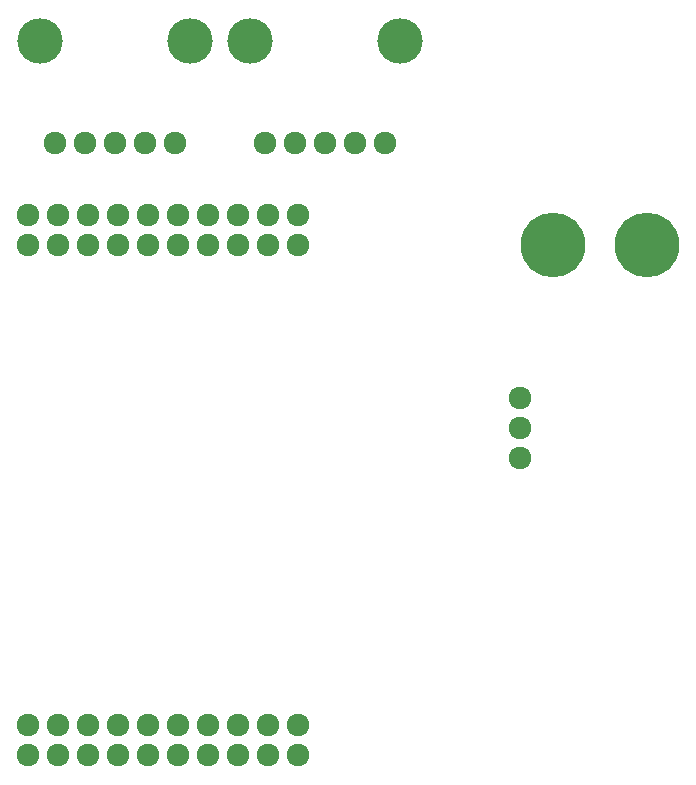
<source format=gbr>
G04 #@! TF.GenerationSoftware,KiCad,Pcbnew,(5.0.0)*
G04 #@! TF.CreationDate,2018-10-03T21:51:45-05:00*
G04 #@! TF.ProjectId,DriveBoard_Hardware,4472697665426F6172645F4861726477,rev?*
G04 #@! TF.SameCoordinates,Original*
G04 #@! TF.FileFunction,Soldermask,Bot*
G04 #@! TF.FilePolarity,Negative*
%FSLAX46Y46*%
G04 Gerber Fmt 4.6, Leading zero omitted, Abs format (unit mm)*
G04 Created by KiCad (PCBNEW (5.0.0)) date 10/03/18 21:51:45*
%MOMM*%
%LPD*%
G01*
G04 APERTURE LIST*
%ADD10C,5.480000*%
%ADD11C,1.924000*%
%ADD12C,3.850000*%
%ADD13C,1.920000*%
G04 APERTURE END LIST*
D10*
G04 #@! TO.C,Conn1*
X219963000Y-98831400D03*
X227964000Y-98831400D03*
G04 #@! TD*
D11*
G04 #@! TO.C,Conn2*
X195580000Y-90170000D03*
X198120000Y-90170000D03*
X200660000Y-90170000D03*
X203200000Y-90170000D03*
X205740000Y-90170000D03*
D12*
X194310000Y-81534000D03*
X207010000Y-81534000D03*
G04 #@! TD*
G04 #@! TO.C,Conn3*
X189230000Y-81534000D03*
X176530000Y-81534000D03*
D11*
X187960000Y-90170000D03*
X185420000Y-90170000D03*
X182880000Y-90170000D03*
X180340000Y-90170000D03*
X177800000Y-90170000D03*
G04 #@! TD*
D13*
G04 #@! TO.C,U1*
X175539001Y-141985001D03*
X198399001Y-96265001D03*
X195859001Y-96265001D03*
X188239001Y-96265001D03*
X185699001Y-139445001D03*
X190779001Y-96265001D03*
X193319001Y-96265001D03*
X190779001Y-141985001D03*
X195859001Y-139445001D03*
X185699001Y-96265001D03*
X183159001Y-96265001D03*
X195859001Y-141985001D03*
X190779001Y-139445001D03*
X188239001Y-139445001D03*
X175539001Y-139445001D03*
X178079001Y-139445001D03*
X180619001Y-139445001D03*
X183159001Y-139445001D03*
X193319001Y-139445001D03*
X198399001Y-139445001D03*
X178079001Y-141985001D03*
X180619001Y-141985001D03*
X183159001Y-141985001D03*
X185699001Y-141985001D03*
X188239001Y-141985001D03*
X193319001Y-141985001D03*
X198399001Y-141985001D03*
X175539001Y-98805001D03*
X178079001Y-98805001D03*
X180619001Y-98805001D03*
X183159001Y-98805001D03*
X185699001Y-98805001D03*
X188239001Y-98805001D03*
X190779001Y-98805001D03*
X193319001Y-98805001D03*
X195859001Y-98805001D03*
X198399001Y-98805001D03*
X175539001Y-96265001D03*
X178079001Y-96265001D03*
X180619001Y-96265001D03*
G04 #@! TD*
D11*
G04 #@! TO.C,U3*
X217170000Y-116840000D03*
X217170000Y-114300000D03*
X217170000Y-111760000D03*
G04 #@! TD*
M02*

</source>
